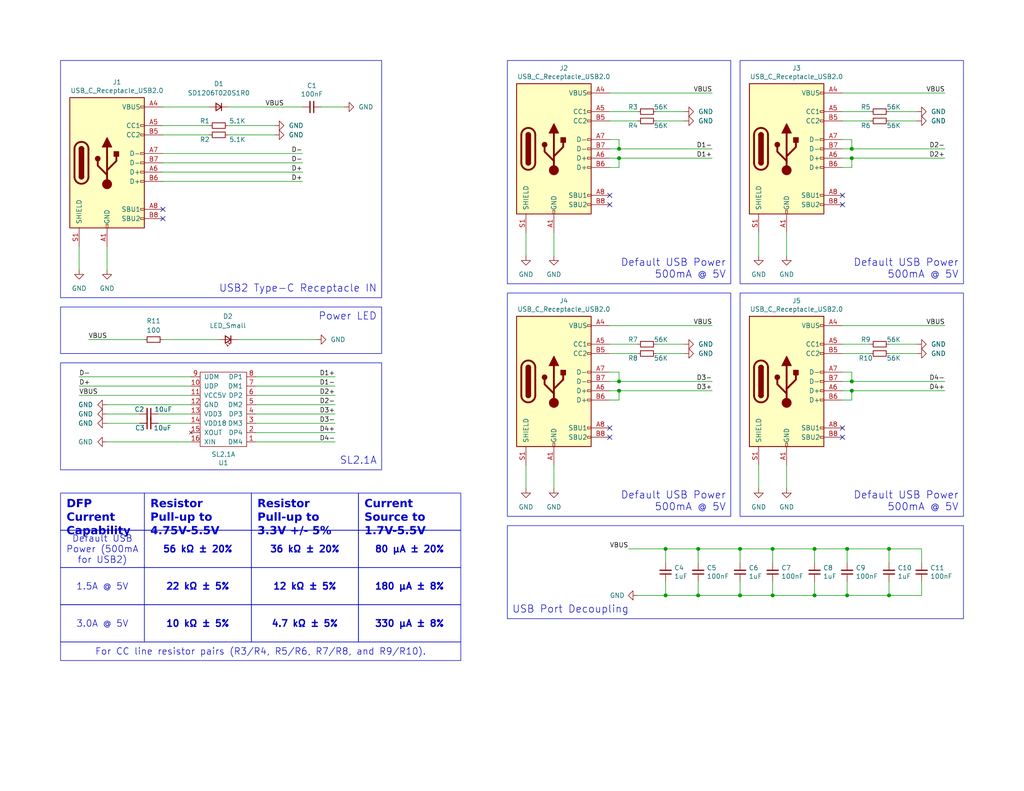
<source format=kicad_sch>
(kicad_sch (version 20230121) (generator eeschema)
  (paper "USLetter")
  (title_block (title "SL2.1A, USB-C 2.0 IN, 4x USB-C 2.0 OUT") (date "2023-11-02") (rev "v1.2") (company "Hugo Hu"))
  (lib_symbols
    (symbol "Connector:USB_C_Receptacle_USB2.0" (pin_names (offset 1.016))
      (property "Reference" "J" (at -10.16 19.05 0))
      (property "Value" "USB_C_Receptacle_USB2.0" (at 19.05 19.05 0))
      (symbol "USB_C_Receptacle_USB2.0_0_0"
        (rectangle (start -0.254 -17.78) (end 0.254 -16.764))
        (rectangle (start 10.16 -14.986) (end 9.144 -15.494))
        (rectangle (start 10.16 -12.446) (end 9.144 -12.954))
        (rectangle (start 10.16 -4.826) (end 9.144 -5.334))
        (rectangle (start 10.16 -2.286) (end 9.144 -2.794))
        (rectangle (start 10.16 0.254) (end 9.144 -0.254))
        (rectangle (start 10.16 2.794) (end 9.144 2.286))
        (rectangle (start 10.16 7.874) (end 9.144 7.366))
        (rectangle (start 10.16 10.414) (end 9.144 9.906))
        (rectangle (start 10.16 15.494) (end 9.144 14.986))
      )
      (symbol "USB_C_Receptacle_USB2.0_0_1"
        (rectangle (start -10.16 17.78) (end 10.16 -17.78) (stroke (width 0.254)) (fill (type background)))
        (arc (start -8.89 -3.81) (mid -6.985 -5.7067) (end -5.08 -3.81) (stroke (width 0.508)))
        (arc (start -7.62 -3.81) (mid -6.985 -4.4423) (end -6.35 -3.81) (stroke (width 0.254)))
        (arc (start -7.62 -3.81) (mid -6.985 -4.4423) (end -6.35 -3.81) (stroke (width 0.254)) (fill (type outline)))
        (rectangle (start -7.62 -3.81) (end -6.35 3.81) (stroke (width 0.254)) (fill (type outline)))
        (arc (start -6.35 3.81) (mid -6.985 4.4423) (end -7.62 3.81) (stroke (width 0.254)))
        (arc (start -6.35 3.81) (mid -6.985 4.4423) (end -7.62 3.81) (stroke (width 0.254)) (fill (type outline)))
        (arc (start -5.08 3.81) (mid -6.985 5.7067) (end -8.89 3.81) (stroke (width 0.508)))
        (circle (center -2.54 1.143) (radius 0.635) (stroke (width 0.254)) (fill (type outline)))
        (circle (center 0 -5.842) (radius 1.27) (fill (type outline)))
        (polyline (pts (xy -8.89 -3.81) (xy -8.89 3.81)) (stroke (width 0.508)))
        (polyline (pts (xy -5.08 3.81) (xy -5.08 -3.81)) (stroke (width 0.508)))
        (polyline (pts (xy 0 -5.842) (xy 0 4.318)) (stroke (width 0.508)))
        (polyline (pts (xy 0 -3.302) (xy -2.54 -0.762) (xy -2.54 0.508)) (stroke (width 0.508)))
        (polyline (pts (xy 0 -2.032) (xy 2.54 0.508) (xy 2.54 1.778)) (stroke (width 0.508)))
        (polyline (pts (xy -1.27 4.318) (xy 0 6.858) (xy 1.27 4.318) (xy -1.27 4.318)) (stroke (width 0.254)) (fill (type outline)))
        (rectangle (start 1.905 1.778) (end 3.175 3.048) (stroke (width 0.254)) (fill (type outline)))
      )
      (symbol "USB_C_Receptacle_USB2.0_1_1"
        (pin passive line (at 0 -22.86 90) (length 5.08) (name "GND") (number "A1"))
        (pin passive line (at 0 -22.86 90) (length 5.08) hide (name "GND") (number "A12"))
        (pin passive line (at 15.24 15.24 180) (length 5.08) (name "VBUS") (number "A4"))
        (pin bidirectional line (at 15.24 10.16 180) (length 5.08) (name "CC1") (number "A5"))
        (pin bidirectional line (at 15.24 -2.54 180) (length 5.08) (name "D+") (number "A6"))
        (pin bidirectional line (at 15.24 2.54 180) (length 5.08) (name "D-") (number "A7"))
        (pin bidirectional line (at 15.24 -12.7 180) (length 5.08) (name "SBU1") (number "A8"))
        (pin passive line (at 15.24 15.24 180) (length 5.08) hide (name "VBUS") (number "A9"))
        (pin passive line (at 0 -22.86 90) (length 5.08) hide (name "GND") (number "B1"))
        (pin passive line (at 0 -22.86 90) (length 5.08) hide (name "GND") (number "B12"))
        (pin passive line (at 15.24 15.24 180) (length 5.08) hide (name "VBUS") (number "B4"))
        (pin bidirectional line (at 15.24 7.62 180) (length 5.08) (name "CC2") (number "B5"))
        (pin bidirectional line (at 15.24 -5.08 180) (length 5.08) (name "D+") (number "B6"))
        (pin bidirectional line (at 15.24 0 180) (length 5.08) (name "D-") (number "B7"))
        (pin bidirectional line (at 15.24 -15.24 180) (length 5.08) (name "SBU2") (number "B8"))
        (pin passive line (at 15.24 15.24 180) (length 5.08) hide (name "VBUS") (number "B9"))
        (pin passive line (at -7.62 -22.86 90) (length 5.08) (name "SHIELD") (number "S1"))
      )
    )
    (symbol "Device:C_Small" (pin_numbers hide) (pin_names (offset 0.254) hide)
      (property "Reference" "C" (at 0.254 1.778 0))
      (property "Value" "C_Small" (at 0.254 -2.032 0))
      (symbol "C_Small_0_1"
        (polyline (pts (xy -1.524 -0.508) (xy 1.524 -0.508)) (stroke (width 0.3302)))
        (polyline (pts (xy -1.524 0.508) (xy 1.524 0.508)) (stroke (width 0.3048)))
      )
      (symbol "C_Small_1_1"
        (pin passive line (at 0 2.54 270) (length 2.032) (name "~") (number "1"))
        (pin passive line (at 0 -2.54 90) (length 2.032) (name "~") (number "2"))
      )
    )
    (symbol "Device:D_Small" (pin_numbers hide) (pin_names (offset 0.254) hide)
      (property "Reference" "D" (at -1.27 2.032 0))
      (property "Value" "D_Small" (at -3.81 -2.032 0))
      (symbol "D_Small_0_1"
        (polyline (pts (xy -0.762 -1.016) (xy -0.762 1.016)) (stroke (width 0.254)))
        (polyline (pts (xy -0.762 0) (xy 0.762 0)))
        (polyline (pts (xy 0.762 -1.016) (xy -0.762 0) (xy 0.762 1.016) (xy 0.762 -1.016)) (stroke (width 0.254)))
      )
      (symbol "D_Small_1_1"
        (pin passive line (at -2.54 0 0) (length 1.778) (name "K") (number "1"))
        (pin passive line (at 2.54 0 180) (length 1.778) (name "A") (number "2"))
      )
    )
    (symbol "Device:LED_Small" (pin_numbers hide) (pin_names (offset 0.254) hide)
      (property "Reference" "D" (at -1.27 3.175 0))
      (property "Value" "LED_Small" (at -4.445 -2.54 0))
      (symbol "LED_Small_0_1"
        (polyline (pts (xy -0.762 -1.016) (xy -0.762 1.016)) (stroke (width 0.254)))
        (polyline (pts (xy 1.016 0) (xy -0.762 0)))
        (polyline (pts (xy 0.762 -1.016) (xy -0.762 0) (xy 0.762 1.016) (xy 0.762 -1.016)) (stroke (width 0.254)))
        (polyline (pts (xy 0 0.762) (xy -0.508 1.27) (xy -0.254 1.27) (xy -0.508 1.27) (xy -0.508 1.016)))
        (polyline (pts (xy 0.508 1.27) (xy 0 1.778) (xy 0.254 1.778) (xy 0 1.778) (xy 0 1.524)))
      )
      (symbol "LED_Small_1_1"
        (pin passive line (at -2.54 0 0) (length 1.778) (name "K") (number "1"))
        (pin passive line (at 2.54 0 180) (length 1.778) (name "A") (number "2"))
      )
    )
    (symbol "Device:R_Small" (pin_numbers hide) (pin_names (offset 0.254) hide)
      (property "Reference" "R" (at 0.762 0.508 0))
      (property "Value" "R_Small" (at 0.762 -1.016 0))
      (symbol "R_Small_0_1"
        (rectangle (start -0.762 1.778) (end 0.762 -1.778) (stroke (width 0.2032)))
      )
      (symbol "R_Small_1_1"
        (pin passive line (at 0 2.54 270) (length 0.762) (name "~") (number "1"))
        (pin passive line (at 0 -2.54 90) (length 0.762) (name "~") (number "2"))
      )
    )
    (symbol "SL2.1A:SL2.1A" (pin_names (offset 1.016))
      (property "Reference" "U" (at 0 -1.27 0))
      (property "Value" "SL2.1A" (at -5.08 -1.27 0))
      (symbol "SL2.1A_0_1"
        (rectangle (start -5.08 20.32) (end 7.62 0))
      )
      (symbol "SL2.1A_1_1"
        (pin output line (at -7.62 19.05 0) (length 2.54) (name "DM4") (number "1"))
        (pin input line (at 10.16 3.81 180) (length 2.54) (name "UDP") (number "10"))
        (pin power_in line (at 10.16 6.35 180) (length 2.54) (name "VCC5V") (number "11"))
        (pin power_in line (at 10.16 8.89 180) (length 2.54) (name "GND") (number "12"))
        (pin power_out line (at 10.16 11.43 180) (length 2.54) (name "VDD3") (number "13"))
        (pin power_out line (at 10.16 13.97 180) (length 2.54) (name "VDD18") (number "14"))
        (pin no_connect line (at 10.16 16.51 180) (length 2.54) (name "XOUT") (number "15"))
        (pin power_in line (at 10.16 19.05 180) (length 2.54) (name "XIN") (number "16"))
        (pin output line (at -7.62 16.51 0) (length 2.54) (name "DP4") (number "2"))
        (pin output line (at -7.62 13.97 0) (length 2.54) (name "DM3") (number "3"))
        (pin output line (at -7.62 11.43 0) (length 2.54) (name "DP3") (number "4"))
        (pin output line (at -7.62 8.89 0) (length 2.54) (name "DM2") (number "5"))
        (pin output line (at -7.62 6.35 0) (length 2.54) (name "DP2") (number "6"))
        (pin output line (at -7.62 3.81 0) (length 2.54) (name "DM1") (number "7"))
        (pin output line (at -7.62 1.27 0) (length 2.54) (name "DP1") (number "8"))
        (pin input line (at 10.16 1.27 180) (length 2.54) (name "UDM") (number "9"))
      )
    )
    (symbol "power:GND" (power) (pin_names (offset 0))
      (property "Value" "GND" (at 0 -3.81 0))
      (symbol "GND_0_1"
        (polyline (pts (xy 0 0) (xy 0 -1.27) (xy 1.27 -1.27) (xy 0 -2.54) (xy -1.27 -1.27) (xy 0 -1.27)))
      )
      (symbol "GND_1_1"
        (pin power_in line (at 0 0 270) (length 0) hide (name "GND") (number "1"))
      )
    )
  )
  (junction (at 210.82 162.56))
  (junction (at 168.91 43.18))
  (junction (at 242.57 149.86))
  (junction (at 242.57 162.56))
  (junction (at 222.25 149.86))
  (junction (at 231.14 149.86))
  (junction (at 222.25 162.56))
  (junction (at 190.5 149.86))
  (junction (at 201.93 149.86))
  (junction (at 181.61 162.56))
  (junction (at 232.41 43.18))
  (junction (at 232.41 106.68))
  (junction (at 190.5 162.56))
  (junction (at 210.82 149.86))
  (junction (at 168.91 40.64))
  (junction (at 168.91 104.14))
  (junction (at 201.93 162.56))
  (junction (at 232.41 104.14))
  (junction (at 232.41 40.64))
  (junction (at 168.91 106.68))
  (junction (at 231.14 162.56))
  (junction (at 181.61 149.86))
  (no_connect (at 166.37 53.34))
  (no_connect (at 166.37 116.84))
  (no_connect (at 44.45 59.69))
  (no_connect (at 229.87 53.34))
  (no_connect (at 44.45 57.15))
  (no_connect (at 166.37 119.38))
  (no_connect (at 229.87 55.88))
  (no_connect (at 229.87 119.38))
  (no_connect (at 229.87 116.84))
  (no_connect (at 166.37 55.88))
  (wire (pts (xy 232.41 101.6) (xy 232.41 104.14)))
  (wire (pts (xy 222.25 162.56) (xy 222.25 158.75)))
  (wire (pts (xy 229.87 30.48) (xy 237.49 30.48)))
  (wire (pts (xy 166.37 38.1) (xy 168.91 38.1)))
  (wire (pts (xy 229.87 106.68) (xy 232.41 106.68)))
  (wire (pts (xy 166.37 40.64) (xy 168.91 40.64)))
  (wire (pts (xy 179.07 96.52) (xy 186.69 96.52)))
  (wire (pts (xy 232.41 45.72) (xy 232.41 43.18)))
  (wire (pts (xy 168.91 38.1) (xy 168.91 40.64)))
  (wire (pts (xy 232.41 38.1) (xy 232.41 40.64)))
  (wire (pts (xy 232.41 40.64) (xy 257.81 40.64)))
  (wire (pts (xy 168.91 106.68) (xy 194.31 106.68)))
  (wire (pts (xy 173.99 162.56) (xy 181.61 162.56)))
  (wire (pts (xy 166.37 30.48) (xy 173.99 30.48)))
  (wire (pts (xy 242.57 96.52) (xy 250.19 96.52)))
  (wire (pts (xy 91.44 105.41) (xy 69.85 105.41)))
  (wire (pts (xy 231.14 162.56) (xy 222.25 162.56)))
  (wire (pts (xy 229.87 104.14) (xy 232.41 104.14)))
  (wire (pts (xy 232.41 109.22) (xy 232.41 106.68)))
  (wire (pts (xy 229.87 38.1) (xy 232.41 38.1)))
  (wire (pts (xy 43.18 113.03) (xy 52.07 113.03)))
  (wire (pts (xy 190.5 149.86) (xy 201.93 149.86)))
  (wire (pts (xy 29.21 115.57) (xy 38.1 115.57)))
  (wire (pts (xy 21.59 107.95) (xy 52.07 107.95)))
  (wire (pts (xy 21.59 102.87) (xy 52.07 102.87)))
  (wire (pts (xy 166.37 33.02) (xy 173.99 33.02)))
  (wire (pts (xy 222.25 149.86) (xy 231.14 149.86)))
  (wire (pts (xy 171.45 149.86) (xy 181.61 149.86)))
  (wire (pts (xy 64.77 92.71) (xy 86.36 92.71)))
  (wire (pts (xy 242.57 162.56) (xy 231.14 162.56)))
  (wire (pts (xy 91.44 115.57) (xy 69.85 115.57)))
  (wire (pts (xy 166.37 106.68) (xy 168.91 106.68)))
  (wire (pts (xy 214.63 127) (xy 214.63 133.35)))
  (wire (pts (xy 91.44 113.03) (xy 69.85 113.03)))
  (wire (pts (xy 24.13 92.71) (xy 39.37 92.71)))
  (wire (pts (xy 21.59 105.41) (xy 52.07 105.41)))
  (wire (pts (xy 43.18 115.57) (xy 52.07 115.57)))
  (wire (pts (xy 229.87 33.02) (xy 237.49 33.02)))
  (wire (pts (xy 229.87 45.72) (xy 232.41 45.72)))
  (wire (pts (xy 44.45 46.99) (xy 82.55 46.99)))
  (wire (pts (xy 229.87 43.18) (xy 232.41 43.18)))
  (wire (pts (xy 62.23 34.29) (xy 74.93 34.29)))
  (wire (pts (xy 222.25 162.56) (xy 210.82 162.56)))
  (wire (pts (xy 29.21 113.03) (xy 38.1 113.03)))
  (wire (pts (xy 229.87 88.9) (xy 257.81 88.9)))
  (wire (pts (xy 242.57 149.86) (xy 242.57 153.67)))
  (wire (pts (xy 251.46 149.86) (xy 251.46 153.67)))
  (wire (pts (xy 21.59 67.31) (xy 21.59 73.66)))
  (wire (pts (xy 166.37 101.6) (xy 168.91 101.6)))
  (wire (pts (xy 166.37 93.98) (xy 173.99 93.98)))
  (wire (pts (xy 232.41 104.14) (xy 257.81 104.14)))
  (wire (pts (xy 91.44 110.49) (xy 69.85 110.49)))
  (wire (pts (xy 168.91 101.6) (xy 168.91 104.14)))
  (wire (pts (xy 229.87 96.52) (xy 237.49 96.52)))
  (wire (pts (xy 201.93 162.56) (xy 201.93 158.75)))
  (wire (pts (xy 166.37 104.14) (xy 168.91 104.14)))
  (wire (pts (xy 201.93 149.86) (xy 201.93 153.67)))
  (wire (pts (xy 44.45 36.83) (xy 57.15 36.83)))
  (wire (pts (xy 231.14 149.86) (xy 231.14 153.67)))
  (wire (pts (xy 91.44 120.65) (xy 69.85 120.65)))
  (wire (pts (xy 179.07 93.98) (xy 186.69 93.98)))
  (wire (pts (xy 229.87 93.98) (xy 237.49 93.98)))
  (wire (pts (xy 242.57 33.02) (xy 250.19 33.02)))
  (wire (pts (xy 210.82 149.86) (xy 222.25 149.86)))
  (wire (pts (xy 207.01 127) (xy 207.01 133.35)))
  (wire (pts (xy 44.45 92.71) (xy 59.69 92.71)))
  (wire (pts (xy 143.51 63.5) (xy 143.51 69.85)))
  (wire (pts (xy 168.91 43.18) (xy 194.31 43.18)))
  (wire (pts (xy 166.37 109.22) (xy 168.91 109.22)))
  (wire (pts (xy 166.37 88.9) (xy 194.31 88.9)))
  (wire (pts (xy 251.46 162.56) (xy 242.57 162.56)))
  (wire (pts (xy 168.91 40.64) (xy 194.31 40.64)))
  (wire (pts (xy 166.37 25.4) (xy 194.31 25.4)))
  (wire (pts (xy 62.23 29.21) (xy 82.55 29.21)))
  (wire (pts (xy 91.44 107.95) (xy 69.85 107.95)))
  (wire (pts (xy 210.82 149.86) (xy 210.82 153.67)))
  (wire (pts (xy 151.13 63.5) (xy 151.13 69.85)))
  (wire (pts (xy 91.44 102.87) (xy 69.85 102.87)))
  (wire (pts (xy 179.07 30.48) (xy 186.69 30.48)))
  (wire (pts (xy 242.57 93.98) (xy 250.19 93.98)))
  (wire (pts (xy 168.91 109.22) (xy 168.91 106.68)))
  (wire (pts (xy 242.57 162.56) (xy 242.57 158.75)))
  (wire (pts (xy 62.23 36.83) (xy 74.93 36.83)))
  (wire (pts (xy 190.5 162.56) (xy 181.61 162.56)))
  (wire (pts (xy 210.82 162.56) (xy 210.82 158.75)))
  (wire (pts (xy 229.87 109.22) (xy 232.41 109.22)))
  (wire (pts (xy 87.63 29.21) (xy 93.98 29.21)))
  (wire (pts (xy 190.5 162.56) (xy 190.5 158.75)))
  (wire (pts (xy 91.44 118.11) (xy 69.85 118.11)))
  (wire (pts (xy 29.21 110.49) (xy 52.07 110.49)))
  (wire (pts (xy 207.01 63.5) (xy 207.01 69.85)))
  (wire (pts (xy 44.45 44.45) (xy 82.55 44.45)))
  (wire (pts (xy 242.57 30.48) (xy 250.19 30.48)))
  (wire (pts (xy 181.61 149.86) (xy 190.5 149.86)))
  (wire (pts (xy 166.37 96.52) (xy 173.99 96.52)))
  (wire (pts (xy 190.5 149.86) (xy 190.5 153.67)))
  (wire (pts (xy 232.41 106.68) (xy 257.81 106.68)))
  (wire (pts (xy 168.91 45.72) (xy 168.91 43.18)))
  (wire (pts (xy 222.25 149.86) (xy 222.25 153.67)))
  (wire (pts (xy 29.21 67.31) (xy 29.21 73.66)))
  (wire (pts (xy 251.46 162.56) (xy 251.46 158.75)))
  (wire (pts (xy 44.45 41.91) (xy 82.55 41.91)))
  (wire (pts (xy 44.45 29.21) (xy 57.15 29.21)))
  (wire (pts (xy 166.37 43.18) (xy 168.91 43.18)))
  (wire (pts (xy 29.21 120.65) (xy 52.07 120.65)))
  (wire (pts (xy 44.45 34.29) (xy 57.15 34.29)))
  (wire (pts (xy 181.61 149.86) (xy 181.61 153.67)))
  (wire (pts (xy 232.41 43.18) (xy 257.81 43.18)))
  (wire (pts (xy 168.91 104.14) (xy 194.31 104.14)))
  (wire (pts (xy 44.45 49.53) (xy 82.55 49.53)))
  (wire (pts (xy 242.57 149.86) (xy 251.46 149.86)))
  (wire (pts (xy 201.93 162.56) (xy 190.5 162.56)))
  (wire (pts (xy 210.82 162.56) (xy 201.93 162.56)))
  (wire (pts (xy 229.87 25.4) (xy 257.81 25.4)))
  (wire (pts (xy 214.63 63.5) (xy 214.63 69.85)))
  (wire (pts (xy 231.14 162.56) (xy 231.14 158.75)))
  (wire (pts (xy 229.87 40.64) (xy 232.41 40.64)))
  (wire (pts (xy 166.37 45.72) (xy 168.91 45.72)))
  (wire (pts (xy 179.07 33.02) (xy 186.69 33.02)))
  (wire (pts (xy 181.61 162.56) (xy 181.61 158.75)))
  (wire (pts (xy 231.14 149.86) (xy 242.57 149.86)))
  (wire (pts (xy 201.93 149.86) (xy 210.82 149.86)))
  (wire (pts (xy 229.87 101.6) (xy 232.41 101.6)))
  (wire (pts (xy 151.13 127) (xy 151.13 133.35)))
  (wire (pts (xy 143.51 127) (xy 143.51 133.35)))
  (rectangle (start 138.43 143.51) (end 262.89 168.91))
  (rectangle (start 138.43 80.01) (end 199.39 140.97))
  (rectangle (start 16.51 16.51) (end 104.14 81.28))
  (rectangle (start 201.93 80.01) (end 262.89 140.97))
  (rectangle (start 16.51 83.82) (end 104.14 96.52))
  (rectangle (start 16.51 99.06) (end 104.14 128.27))
  (rectangle (start 201.93 16.51) (end 262.89 77.47))
  (rectangle (start 138.43 16.51) (end 199.39 77.47))
  (text_box "Resistor Pull-up to 4.75V-5.5V\n" (at 39.37 134.62 0) (size 29.21 10.16) (effects (font (size 2.2 2.2) (thickness 0.508) bold) (justify left top)))
  (text_box "For CC line resistor pairs (R3/R4, R5/R6, R7/R8, and R9/R10)." (at 16.51 175.26 0) (size 109.22 5.08) (effects (font (size 1.8 1.8))))
  (text_box "22 kΩ ± 5%" (at 39.37 154.94 0) (size 29.21 10.16) (effects (font (size 1.8 1.8) (thickness 0.36) bold)))
  (text_box "12 kΩ ± 5%" (at 68.58 154.94 0) (size 29.21 10.16) (effects (font (size 1.8 1.8) (thickness 0.36) bold)))
  (text_box "330 μA ± 8%" (at 97.79 165.1 0) (size 27.94 10.16) (effects (font (size 1.8 1.8) (thickness 0.36) bold)))
  (text_box "Current Source to 1.7V-5.5V" (at 97.79 134.62 0) (size 27.94 10.16) (effects (font (size 2.2 2.2) (thickness 0.508) bold) (justify left top)))
  (text_box "4.7 kΩ ± 5%" (at 68.58 165.1 0) (size 29.21 10.16) (effects (font (size 1.8 1.8) (thickness 0.36) bold)))
  (text_box "36 kΩ ± 20%\n" (at 68.58 144.78 0) (size 29.21 10.16) (effects (font (size 1.8 1.8) (thickness 0.36) bold)))
  (text_box "DFP Current Capability" (at 16.51 134.62 0) (size 22.86 10.16) (effects (font (size 2.2 2.2) (thickness 0.508) bold) (justify left top)))
  (text_box "56 kΩ ± 20%" (at 39.37 144.78 0) (size 29.21 10.16) (effects (font (size 1.8 1.8) (thickness 0.36) bold)))
  (text_box "80 μA ± 20%" (at 97.79 144.78 0) (size 27.94 10.16) (effects (font (size 1.8 1.8) (thickness 0.36) bold)))
  (text_box "Resistor Pull-up to 3.3V +/- 5%" (at 68.58 134.62 0) (size 29.21 10.16) (effects (font (size 2.2 2.2) (thickness 0.508) bold) (justify left top)))
  (text_box "180 μA ± 8%" (at 97.79 154.94 0) (size 27.94 10.16) (effects (font (size 1.8 1.8) (thickness 0.36) bold)))
  (text_box "1.5A @ 5V" (at 16.51 154.94 0) (size 22.86 10.16) (effects (font (size 1.8 1.8))))
  (text_box "10 kΩ ± 5%" (at 39.37 165.1 0) (size 29.21 10.16) (effects (font (size 1.8 1.8) (thickness 0.36) bold)))
  (text_box "3.0A @ 5V" (at 16.51 165.1 0) (size 22.86 10.16) (effects (font (size 1.8 1.8))))
  (text_box "Default USB Power (500mA for USB2)" (at 16.51 144.78 0) (size 22.86 10.16) (effects (font (size 1.8 1.8))))
  (text "SL2.1A\n" (at 102.87 127 0) (effects (font (size 2 2)) (justify right bottom)))
  (text "Default USB Power\n500mA @ 5V" (at 261.62 139.7 0) (effects (font (size 2 2)) (justify right bottom)))
  (text "Default USB Power\n500mA @ 5V" (at 261.62 76.2 0) (effects (font (size 2 2)) (justify right bottom)))
  (text "USB2 Type-C Receptacle IN" (at 102.87 80.01 0) (effects (font (size 2 2)) (justify right bottom)))
  (text "Default USB Power\n500mA @ 5V" (at 198.12 76.2 0) (effects (font (size 2 2)) (justify right bottom)))
  (text "Default USB Power\n500mA @ 5V" (at 198.12 139.7 0) (effects (font (size 2 2)) (justify right bottom)))
  (text "USB Port Decoupling" (at 139.7 167.64 0) (effects (font (size 2 2)) (justify left bottom)))
  (text "Power LED" (at 102.87 87.63 0) (effects (font (size 2 2)) (justify right bottom)))
  (label "D1-" (at 194.31 40.64 180))
  (label "VBUS" (at 257.81 88.9 180))
  (label "D-" (at 82.55 44.45 180))
  (label "D4-" (at 91.44 120.65 180))
  (label "D3+" (at 91.44 113.03 180))
  (label "D+" (at 82.55 46.99 180))
  (label "D+" (at 21.59 105.41 0))
  (label "D2-" (at 91.44 110.49 180))
  (label "D2+" (at 91.44 107.95 180))
  (label "D1+" (at 194.31 43.18 180))
  (label "VBUS" (at 194.31 88.9 180))
  (label "D-" (at 21.59 102.87 0))
  (label "VBUS" (at 72.39 29.21 0))
  (label "VBUS" (at 194.31 25.4 180))
  (label "D4-" (at 257.81 104.14 180))
  (label "D4+" (at 257.81 106.68 180))
  (label "D3-" (at 91.44 115.57 180))
  (label "D2-" (at 257.81 40.64 180))
  (label "D1-" (at 91.44 105.41 180))
  (label "D2+" (at 257.81 43.18 180))
  (label "D1+" (at 91.44 102.87 180))
  (label "D-" (at 82.55 41.91 180))
  (label "VBUS" (at 171.45 149.86 180))
  (label "D+" (at 82.55 49.53 180))
  (label "D3-" (at 194.31 104.14 180))
  (label "VBUS" (at 24.13 92.71 0))
  (label "D3+" (at 194.31 106.68 180))
  (label "D4+" (at 91.44 118.11 180))
  (label "VBUS" (at 21.59 107.95 0))
  (label "VBUS" (at 257.81 25.4 180))
  (symbol (lib_id "Device:R_Small") (at 240.03 30.48 270) (unit 1)
    (property "Reference" "R5" (at 236.22 29.21 90))
    (property "Value" "56K" (at 243.84 29.21 90))
    (property "Footprint" "Resistor_SMD:R_0805_2012Metric_Pad1.20x1.40mm_HandSolder" (effects hide))
  )
  (symbol (lib_id "power:GND") (at 186.69 96.52 90) (unit 1)
    (property "Reference" "#PWR017" (effects hide))
    (property "Value" "GND" (at 190.5 96.52 90) (effects (justify right)))
  )
  (symbol (lib_id "power:GND") (at 151.13 69.85 0) (unit 1)
    (property "Reference" "#PWR022" (effects hide))
    (property "Value" "GND" (at 151.13 74.93 0))
  )
  (symbol (lib_id "Device:C_Small") (at 210.82 156.21 180) (unit 1)
    (property "Reference" "C7" (at 213.1568 155.0416 0) (effects (justify right)))
    (property "Value" "100nF" (at 213.1568 157.353 0) (effects (justify right)))
    (property "Footprint" "Capacitor_SMD:C_0805_2012Metric_Pad1.18x1.45mm_HandSolder" (effects hide))
  )
  (symbol (lib_id "power:GND") (at 29.21 120.65 270) (unit 1)
    (property "Reference" "#PWR09" (effects hide))
    (property "Value" "GND" (at 25.4 120.65 90) (effects (justify right)))
  )
  (symbol (lib_id "power:GND") (at 186.69 93.98 90) (unit 1)
    (property "Reference" "#PWR016" (effects hide))
    (property "Value" "GND" (at 190.5 93.98 90) (effects (justify right)))
  )
  (symbol (lib_id "power:GND") (at 214.63 133.35 0) (unit 1)
    (property "Reference" "#PWR024" (effects hide))
    (property "Value" "GND" (at 214.63 138.43 0))
  )
  (symbol (lib_id "Connector:USB_C_Receptacle_USB2.0") (at 214.63 40.64 0) (unit 1)
    (property "Reference" "J3" (at 217.3478 18.6182 0))
    (property "Value" "USB_C_Receptacle_USB2.0" (at 217.3478 20.9296 0))
    (property "Footprint" "Connector_USB:USB_C_Receptacle_HRO_TYPE-C-31-M-12" (effects hide))
    (property "Datasheet" "https://www.usb.org/sites/default/files/documents/usb_type-c.zip" (effects hide))
  )
  (symbol (lib_id "Connector:USB_C_Receptacle_USB2.0") (at 151.13 40.64 0) (unit 1)
    (property "Reference" "J2" (at 153.8478 18.6182 0))
    (property "Value" "USB_C_Receptacle_USB2.0" (at 153.8478 20.9296 0))
    (property "Footprint" "Connector_USB:USB_C_Receptacle_HRO_TYPE-C-31-M-12" (effects hide))
    (property "Datasheet" "https://www.usb.org/sites/default/files/documents/usb_type-c.zip" (effects hide))
  )
  (symbol (lib_id "power:GND") (at 173.99 162.56 270) (unit 1)
    (property "Reference" "#PWR018" (effects hide))
    (property "Value" "GND" (at 166.37 162.56 90) (effects (justify left)))
  )
  (symbol (lib_id "Device:C_Small") (at 222.25 156.21 180) (unit 1)
    (property "Reference" "C8" (at 224.5868 155.0416 0) (effects (justify right)))
    (property "Value" "1uF" (at 224.5868 157.353 0) (effects (justify right)))
    (property "Footprint" "Capacitor_SMD:C_0805_2012Metric_Pad1.18x1.45mm_HandSolder" (effects hide))
  )
  (symbol (lib_id "Device:R_Small") (at 176.53 96.52 90) (unit 1)
    (property "Reference" "R8" (at 172.72 97.79 90))
    (property "Value" "56K" (at 180.34 97.79 90))
    (property "Footprint" "Resistor_SMD:R_0805_2012Metric_Pad1.20x1.40mm_HandSolder" (effects hide))
  )
  (symbol (lib_id "power:GND") (at 207.01 133.35 0) (unit 1)
    (property "Reference" "#PWR023" (effects hide))
    (property "Value" "GND" (at 207.01 138.43 0))
  )
  (symbol (lib_id "Device:R_Small") (at 59.69 34.29 270) (unit 1)
    (property "Reference" "R1" (at 55.88 33.02 90))
    (property "Value" "5.1K" (at 64.77 33.02 90))
    (property "Footprint" "Resistor_SMD:R_0805_2012Metric_Pad1.20x1.40mm_HandSolder" (effects hide))
  )
  (symbol (lib_id "power:GND") (at 29.21 115.57 270) (unit 1)
    (property "Reference" "#PWR07" (effects hide))
    (property "Value" "GND" (at 25.4 115.57 90) (effects (justify right)))
  )
  (symbol (lib_id "power:GND") (at 207.01 69.85 0) (unit 1)
    (property "Reference" "#PWR010" (effects hide))
    (property "Value" "GND" (at 207.01 74.93 0))
  )
  (symbol (lib_id "power:GND") (at 143.51 69.85 0) (unit 1)
    (property "Reference" "#PWR021" (effects hide))
    (property "Value" "GND" (at 143.51 74.93 0))
  )
  (symbol (lib_id "power:GND") (at 29.21 73.66 0) (unit 1)
    (property "Reference" "#PWR04" (effects hide))
    (property "Value" "GND" (at 29.21 78.74 0))
  )
  (symbol (lib_id "SL2.1A:SL2.1A") (at 62.23 101.6 180) (unit 1)
    (property "Reference" "U1" (at 60.96 126.365 0))
    (property "Value" "SL2.1A" (at 60.96 124.0536 0))
    (property "Footprint" "Package_SO:SOIC-16_4.55x10.3mm_P1.27mm" (effects hide))
  )
  (symbol (lib_id "Device:C_Small") (at 242.57 156.21 180) (unit 1)
    (property "Reference" "C10" (at 244.9068 155.0416 0) (effects (justify right)))
    (property "Value" "1uF" (at 244.9068 157.353 0) (effects (justify right)))
    (property "Footprint" "Capacitor_SMD:C_0805_2012Metric_Pad1.18x1.45mm_HandSolder" (effects hide))
  )
  (symbol (lib_id "power:GND") (at 74.93 36.83 90) (unit 1)
    (property "Reference" "#PWR03" (effects hide))
    (property "Value" "GND" (at 78.74 36.83 90) (effects (justify right)))
  )
  (symbol (lib_id "power:GND") (at 86.36 92.71 90) (unit 1)
    (property "Reference" "#PWR027" (effects hide))
    (property "Value" "GND" (at 90.17 92.71 90) (effects (justify right)))
  )
  (symbol (lib_id "Device:R_Small") (at 176.53 30.48 270) (unit 1)
    (property "Reference" "R3" (at 172.72 29.21 90))
    (property "Value" "56K" (at 180.34 29.21 90))
    (property "Footprint" "Resistor_SMD:R_0805_2012Metric_Pad1.20x1.40mm_HandSolder" (effects hide))
  )
  (symbol (lib_id "power:GND") (at 93.98 29.21 90) (unit 1)
    (property "Reference" "#PWR01" (effects hide))
    (property "Value" "GND" (at 97.79 29.21 90) (effects (justify right)))
  )
  (symbol (lib_id "Device:C_Small") (at 85.09 29.21 270) (unit 1)
    (property "Reference" "C1" (at 85.09 23.3934 90))
    (property "Value" "100nF" (at 85.09 25.7048 90))
    (property "Footprint" "Capacitor_SMD:C_0805_2012Metric_Pad1.18x1.45mm_HandSolder" (effects hide))
  )
  (symbol (lib_id "power:GND") (at 21.59 73.66 0) (unit 1)
    (property "Reference" "#PWR05" (effects hide))
    (property "Value" "GND" (at 21.59 78.74 0))
  )
  (symbol (lib_id "power:GND") (at 214.63 69.85 0) (unit 1)
    (property "Reference" "#PWR011" (effects hide))
    (property "Value" "GND" (at 214.63 74.93 0))
  )
  (symbol (lib_id "Device:R_Small") (at 59.69 36.83 90) (unit 1)
    (property "Reference" "R2" (at 55.88 38.1 90))
    (property "Value" "5.1K" (at 64.77 38.1 90))
    (property "Footprint" "Resistor_SMD:R_0805_2012Metric_Pad1.20x1.40mm_HandSolder" (effects hide))
  )
  (symbol (lib_id "Device:C_Small") (at 181.61 156.21 180) (unit 1)
    (property "Reference" "C4" (at 183.9468 155.0416 0) (effects (justify right)))
    (property "Value" "1uF" (at 183.9468 157.353 0) (effects (justify right)))
    (property "Footprint" "Capacitor_SMD:C_0805_2012Metric_Pad1.18x1.45mm_HandSolder" (effects hide))
  )
  (symbol (lib_id "power:GND") (at 29.21 113.03 270) (unit 1)
    (property "Reference" "#PWR06" (effects hide))
    (property "Value" "GND" (at 25.4 113.03 90) (effects (justify right)))
  )
  (symbol (lib_id "Device:C_Small") (at 251.46 156.21 180) (unit 1)
    (property "Reference" "C11" (at 253.7968 155.0416 0) (effects (justify right)))
    (property "Value" "100nF" (at 253.7968 157.353 0) (effects (justify right)))
    (property "Footprint" "Capacitor_SMD:C_0805_2012Metric_Pad1.18x1.45mm_HandSolder" (effects hide))
  )
  (symbol (lib_id "Device:R_Small") (at 41.91 92.71 270) (unit 1)
    (property "Reference" "R11" (at 41.91 87.63 90))
    (property "Value" "100" (at 41.91 90.17 90))
    (property "Footprint" "Resistor_SMD:R_0805_2012Metric_Pad1.20x1.40mm_HandSolder" (effects hide))
  )
  (symbol (lib_id "power:GND") (at 186.69 30.48 90) (unit 1)
    (property "Reference" "#PWR019" (effects hide))
    (property "Value" "GND" (at 190.5 30.48 90) (effects (justify right)))
  )
  (symbol (lib_id "power:GND") (at 29.21 110.49 270) (unit 1)
    (property "Reference" "#PWR08" (effects hide))
    (property "Value" "GND" (at 25.4 110.49 90) (effects (justify right)))
  )
  (symbol (lib_id "Device:LED_Small") (at 62.23 92.71 180) (unit 1)
    (property "Reference" "D2" (at 62.1665 86.36 0))
    (property "Value" "LED_Small" (at 62.1665 88.9 0))
    (property "Footprint" "LED_SMD:LED_1206_3216Metric_Pad1.42x1.75mm_HandSolder" (effects hide))
  )
  (symbol (lib_id "Device:C_Small") (at 201.93 156.21 180) (unit 1)
    (property "Reference" "C6" (at 204.2668 155.0416 0) (effects (justify right)))
    (property "Value" "1uF" (at 204.2668 157.353 0) (effects (justify right)))
    (property "Footprint" "Capacitor_SMD:C_0805_2012Metric_Pad1.18x1.45mm_HandSolder" (effects hide))
  )
  (symbol (lib_id "power:GND") (at 186.69 33.02 90) (unit 1)
    (property "Reference" "#PWR020" (effects hide))
    (property "Value" "GND" (at 190.5 33.02 90) (effects (justify right)))
  )
  (symbol (lib_id "power:GND") (at 250.19 30.48 90) (unit 1)
    (property "Reference" "#PWR012" (effects hide))
    (property "Value" "GND" (at 254 30.48 90) (effects (justify right)))
  )
  (symbol (lib_id "Device:R_Small") (at 240.03 96.52 90) (unit 1)
    (property "Reference" "R10" (at 236.22 97.79 90))
    (property "Value" "56K" (at 243.84 97.79 90))
    (property "Footprint" "Resistor_SMD:R_0805_2012Metric_Pad1.20x1.40mm_HandSolder" (effects hide))
  )
  (symbol (lib_id "Device:R_Small") (at 240.03 93.98 270) (unit 1)
    (property "Reference" "R9" (at 236.22 92.71 90))
    (property "Value" "56K" (at 243.84 92.71 90))
    (property "Footprint" "Resistor_SMD:R_0805_2012Metric_Pad1.20x1.40mm_HandSolder" (effects hide))
  )
  (symbol (lib_id "Device:R_Small") (at 176.53 93.98 270) (unit 1)
    (property "Reference" "R7" (at 172.72 92.71 90))
    (property "Value" "56K" (at 180.34 92.71 90))
    (property "Footprint" "Resistor_SMD:R_0805_2012Metric_Pad1.20x1.40mm_HandSolder" (effects hide))
  )
  (symbol (lib_id "Device:R_Small") (at 240.03 33.02 90) (unit 1)
    (property "Reference" "R6" (at 236.22 34.29 90))
    (property "Value" "56K" (at 243.84 34.29 90))
    (property "Footprint" "Resistor_SMD:R_0805_2012Metric_Pad1.20x1.40mm_HandSolder" (effects hide))
  )
  (symbol (lib_id "power:GND") (at 143.51 133.35 0) (unit 1)
    (property "Reference" "#PWR014" (effects hide))
    (property "Value" "GND" (at 143.51 138.43 0))
  )
  (symbol (lib_id "Device:C_Small") (at 231.14 156.21 180) (unit 1)
    (property "Reference" "C9" (at 233.4768 155.0416 0) (effects (justify right)))
    (property "Value" "100nF" (at 233.4768 157.353 0) (effects (justify right)))
    (property "Footprint" "Capacitor_SMD:C_0805_2012Metric_Pad1.18x1.45mm_HandSolder" (effects hide))
  )
  (symbol (lib_id "power:GND") (at 74.93 34.29 90) (unit 1)
    (property "Reference" "#PWR02" (effects hide))
    (property "Value" "GND" (at 78.74 34.29 90) (effects (justify right)))
  )
  (symbol (lib_id "Device:C_Small") (at 40.64 115.57 90) (unit 1)
    (property "Reference" "C3" (at 36.83 116.84 90) (effects (justify right)))
    (property "Value" "10uF" (at 41.91 116.84 90) (effects (justify right)))
    (property "Footprint" "Capacitor_SMD:C_0805_2012Metric_Pad1.18x1.45mm_HandSolder" (effects hide))
  )
  (symbol (lib_id "power:GND") (at 250.19 33.02 90) (unit 1)
    (property "Reference" "#PWR013" (effects hide))
    (property "Value" "GND" (at 254 33.02 90) (effects (justify right)))
  )
  (symbol (lib_id "Device:C_Small") (at 40.64 113.03 270) (unit 1)
    (property "Reference" "C2" (at 39.37 111.76 90) (effects (justify right)))
    (property "Value" "10uF" (at 46.99 111.76 90) (effects (justify right)))
    (property "Footprint" "Capacitor_SMD:C_0805_2012Metric_Pad1.18x1.45mm_HandSolder" (effects hide))
  )
  (symbol (lib_id "power:GND") (at 250.19 96.52 90) (unit 1)
    (property "Reference" "#PWR026" (effects hide))
    (property "Value" "GND" (at 254 96.52 90) (effects (justify right)))
  )
  (symbol (lib_id "Device:C_Small") (at 190.5 156.21 180) (unit 1)
    (property "Reference" "C5" (at 192.8368 155.0416 0) (effects (justify right)))
    (property "Value" "100nF" (at 192.8368 157.353 0) (effects (justify right)))
    (property "Footprint" "Capacitor_SMD:C_0805_2012Metric_Pad1.18x1.45mm_HandSolder" (effects hide))
  )
  (symbol (lib_id "Connector:USB_C_Receptacle_USB2.0") (at 151.13 104.14 0) (unit 1)
    (property "Reference" "J4" (at 153.8478 82.1182 0))
    (property "Value" "USB_C_Receptacle_USB2.0" (at 153.8478 84.4296 0))
    (property "Footprint" "Connector_USB:USB_C_Receptacle_HRO_TYPE-C-31-M-12" (effects hide))
    (property "Datasheet" "https://www.usb.org/sites/default/files/documents/usb_type-c.zip" (effects hide))
  )
  (symbol (lib_id "Connector:USB_C_Receptacle_USB2.0") (at 29.21 44.45 0) (unit 1)
    (property "Reference" "J1" (at 31.9278 22.4282 0))
    (property "Value" "USB_C_Receptacle_USB2.0" (at 31.9278 24.7396 0))
    (property "Footprint" "Connector_USB:USB_C_Receptacle_HRO_TYPE-C-31-M-12" (effects hide))
    (property "Datasheet" "https://www.usb.org/sites/default/files/documents/usb_type-c.zip" (effects hide))
  )
  (symbol (lib_id "Device:D_Small") (at 59.69 29.21 180) (unit 1)
    (property "Reference" "D1" (at 59.69 22.86 0))
    (property "Value" "SD1206T020S1R0" (at 59.69 25.4 0))
    (property "Footprint" "Diode_SMD:D_1206_3216Metric_Pad1.42x1.75mm_HandSolder" (effects hide))
    (property "Sim.Device" "D" (effects hide))
    (property "Sim.Pins" "1=K 2=A" (effects hide))
  )
  (symbol (lib_id "Device:R_Small") (at 176.53 33.02 90) (unit 1)
    (property "Reference" "R4" (at 172.72 34.29 90))
    (property "Value" "56K" (at 180.34 34.29 90))
    (property "Footprint" "Resistor_SMD:R_0805_2012Metric_Pad1.20x1.40mm_HandSolder" (effects hide))
  )
  (symbol (lib_id "power:GND") (at 151.13 133.35 0) (unit 1)
    (property "Reference" "#PWR015" (effects hide))
    (property "Value" "GND" (at 151.13 138.43 0))
  )
  (symbol (lib_id "Connector:USB_C_Receptacle_USB2.0") (at 214.63 104.14 0) (unit 1)
    (property "Reference" "J5" (at 217.3478 82.1182 0))
    (property "Value" "USB_C_Receptacle_USB2.0" (at 217.3478 84.4296 0))
    (property "Footprint" "Connector_USB:USB_C_Receptacle_HRO_TYPE-C-31-M-12" (effects hide))
    (property "Datasheet" "https://www.usb.org/sites/default/files/documents/usb_type-c.zip" (effects hide))
  )
  (symbol (lib_id "power:GND") (at 250.19 93.98 90) (unit 1)
    (property "Reference" "#PWR025" (effects hide))
    (property "Value" "GND" (at 254 93.98 90) (effects (justify right)))
  )
)
</source>
